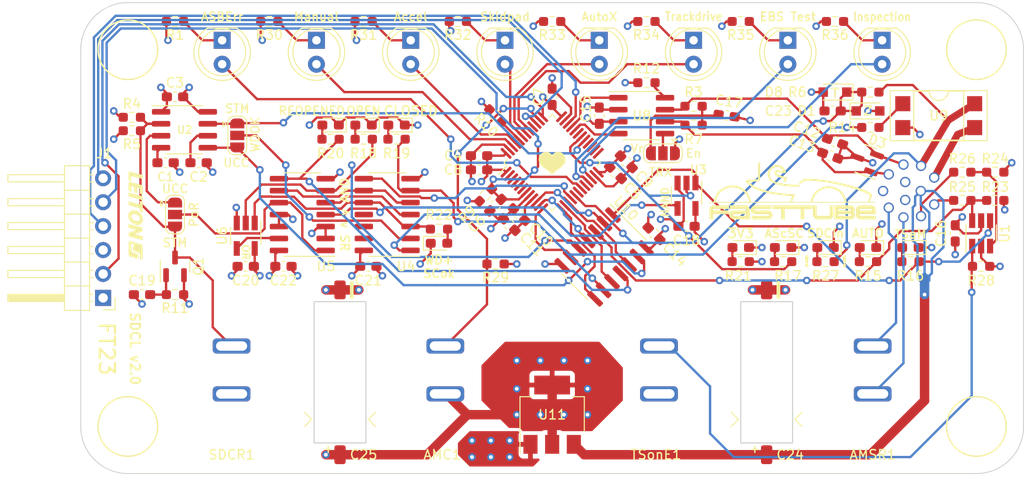
<source format=kicad_pcb>
(kicad_pcb (version 20211014) (generator pcbnew)

  (general
    (thickness 1.6)
  )

  (paper "A4")
  (layers
    (0 "F.Cu" signal)
    (1 "In1.Cu" power "3V3.Cu")
    (2 "In2.Cu" power "GND.Cu")
    (31 "B.Cu" signal)
    (33 "F.Adhes" user "F.Adhesive")
    (35 "F.Paste" user)
    (37 "F.SilkS" user "F.Silkscreen")
    (38 "B.Mask" user)
    (39 "F.Mask" user)
    (40 "Dwgs.User" user "User.Drawings")
    (41 "Cmts.User" user "User.Comments")
    (42 "Eco1.User" user "User.Eco1")
    (43 "Eco2.User" user "User.Eco2")
    (44 "Edge.Cuts" user)
    (45 "Margin" user)
    (46 "B.CrtYd" user "B.Courtyard")
    (47 "F.CrtYd" user "F.Courtyard")
    (49 "F.Fab" user)
  )

  (setup
    (stackup
      (layer "F.SilkS" (type "Top Silk Screen"))
      (layer "F.Paste" (type "Top Solder Paste"))
      (layer "F.Mask" (type "Top Solder Mask") (thickness 0.01))
      (layer "F.Cu" (type "copper") (thickness 0.035))
      (layer "dielectric 1" (type "core") (thickness 0.48) (material "FR4") (epsilon_r 4.5) (loss_tangent 0.02))
      (layer "In1.Cu" (type "copper") (thickness 0.035))
      (layer "dielectric 2" (type "prepreg") (thickness 0.48) (material "FR4") (epsilon_r 4.5) (loss_tangent 0.02))
      (layer "In2.Cu" (type "copper") (thickness 0.035))
      (layer "dielectric 3" (type "core") (thickness 0.48) (material "FR4") (epsilon_r 4.5) (loss_tangent 0.02))
      (layer "B.Cu" (type "copper") (thickness 0.035))
      (layer "B.Mask" (type "Bottom Solder Mask") (thickness 0.01))
      (copper_finish "None")
      (dielectric_constraints no)
    )
    (pad_to_mask_clearance 0)
    (pcbplotparams
      (layerselection 0x00010e0_ffffffff)
      (disableapertmacros false)
      (usegerberextensions false)
      (usegerberattributes true)
      (usegerberadvancedattributes true)
      (creategerberjobfile true)
      (svguseinch false)
      (svgprecision 6)
      (excludeedgelayer true)
      (plotframeref false)
      (viasonmask false)
      (mode 1)
      (useauxorigin false)
      (hpglpennumber 1)
      (hpglpenspeed 20)
      (hpglpendiameter 15.000000)
      (dxfpolygonmode true)
      (dxfimperialunits true)
      (dxfusepcbnewfont true)
      (psnegative false)
      (psa4output false)
      (plotreference true)
      (plotvalue true)
      (plotinvisibletext false)
      (sketchpadsonfab false)
      (subtractmaskfromsilk false)
      (outputformat 1)
      (mirror false)
      (drillshape 0)
      (scaleselection 1)
      (outputdirectory "export/")
    )
  )

  (net 0 "")
  (net 1 "GND")
  (net 2 "NRST")
  (net 3 "+12V")
  (net 4 "AMC")
  (net 5 "TRACESWO")
  (net 6 "SWDIO")
  (net 7 "SWCLK")
  (net 8 "Net-(R12-Pad1)")
  (net 9 "AMSRin")
  (net 10 "AMSRout")
  (net 11 "+3.3V")
  (net 12 "/CAN TRX/CAN_H")
  (net 13 "/CAN TRX/CAN_L")
  (net 14 "Net-(C19-Pad1)")
  (net 15 "/Connections/SDC_in_3V3")
  (net 16 "Net-(D2-Pad1)")
  (net 17 "Net-(D2-Pad2)")
  (net 18 "Net-(D4-Pad2)")
  (net 19 "/Backup AMI/AMI0")
  (net 20 "Net-(D15-Pad1)")
  (net 21 "/Backup AMI/AMI1")
  (net 22 "Net-(D16-Pad1)")
  (net 23 "/Backup AMI/AMI2")
  (net 24 "Net-(D17-Pad1)")
  (net 25 "/Backup AMI/AMI3")
  (net 26 "Net-(D18-Pad1)")
  (net 27 "/Backup AMI/AMI4")
  (net 28 "Net-(D19-Pad1)")
  (net 29 "/Backup AMI/AMI5")
  (net 30 "Net-(D20-Pad1)")
  (net 31 "/Backup AMI/AMI6")
  (net 32 "Net-(J2-Pad1)")
  (net 33 "Net-(J2-Pad9)")
  (net 34 "Net-(R14-Pad2)")
  (net 35 "Net-(R10-Pad1)")
  (net 36 "Net-(D5-Pad2)")
  (net 37 "Net-(D6-Pad2)")
  (net 38 "Net-(D7-Pad2)")
  (net 39 "Net-(D9-Pad2)")
  (net 40 "Net-(D10-Pad2)")
  (net 41 "Net-(D11-Pad2)")
  (net 42 "Net-(D12-Pad2)")
  (net 43 "Net-(D13-Pad2)")
  (net 44 "/Non-Programmable Logic/~{WDO}")
  (net 45 "/Non-Programmable Logic/RP")
  (net 46 "/Non-Programmable Logic/WP")
  (net 47 "/Controller/TS_activate_MUXed")
  (net 48 "/Non-Programmable Logic/close_while_allowed")
  (net 49 "/Non-Programmable Logic/~{reset_all}")
  (net 50 "/Non-Programmable Logic/closing_allowed")
  (net 51 "/Non-Programmable Logic/~{reopen}")
  (net 52 "/Non-Programmable Logic/WD_and_SDCin_ok")
  (net 53 "/Non-Programmable Logic/~{try_close}")
  (net 54 "unconnected-(J2-Pad11)")
  (net 55 "unconnected-(J2-Pad12)")
  (net 56 "Net-(JPPoR1-Pad1)")
  (net 57 "/Connections/SDC_out")
  (net 58 "/Connections/SDC_in")
  (net 59 "/Connections/TS_activate_dash")
  (net 60 "/Controller/Watchdog")
  (net 61 "WD_OK")
  (net 62 "/CAN TRX/CAN_TX")
  (net 63 "/CAN TRX/CAN_RX")
  (net 64 "Net-(D14-Pad1)")
  (net 65 "/Connections/ASMS")
  (net 66 "/Buttons/~{SDC_reset}")
  (net 67 "/Controller/AS_close_SDC")
  (net 68 "CLOSED")
  (net 69 "INITIAL_OPEN")
  (net 70 "REOPENED")
  (net 71 "/Buttons/TS_activate_ext")
  (net 72 "/Controller/SDC_is_ready")
  (net 73 "unconnected-(U7-Pad2)")
  (net 74 "unconnected-(U7-Pad3)")
  (net 75 "unconnected-(U7-Pad4)")
  (net 76 "unconnected-(U7-Pad5)")
  (net 77 "unconnected-(U7-Pad6)")
  (net 78 "Net-(U10-Pad2)")
  (net 79 "Net-(U10-Pad4)")
  (net 80 "Net-(U10-Pad6)")
  (net 81 "Net-(U10-Pad8)")
  (net 82 "Net-(U10-Pad10)")
  (net 83 "Net-(U10-Pad12)")
  (net 84 "unconnected-(U7-Pad18)")
  (net 85 "unconnected-(U7-Pad20)")
  (net 86 "unconnected-(U7-Pad25)")
  (net 87 "unconnected-(U7-Pad26)")
  (net 88 "unconnected-(U7-Pad27)")
  (net 89 "unconnected-(U7-Pad28)")
  (net 90 "unconnected-(U7-Pad31)")
  (net 91 "unconnected-(U7-Pad40)")
  (net 92 "/CAN TRX/Vref")
  (net 93 "Net-(JP1-Pad2)")
  (net 94 "unconnected-(U4-Pad11)")
  (net 95 "unconnected-(U4-Pad12)")
  (net 96 "unconnected-(U4-Pad13)")

  (footprint "Capacitor_SMD:C_0603_1608Metric_Pad1.08x0.95mm_HandSolder" (layer "F.Cu") (at 109 67))

  (footprint "Capacitor_SMD:C_0603_1608Metric_Pad1.08x0.95mm_HandSolder" (layer "F.Cu") (at 112.5 67))

  (footprint "Capacitor_SMD:C_0603_1608Metric_Pad1.08x0.95mm_HandSolder" (layer "F.Cu") (at 110 60 180))

  (footprint "Capacitor_SMD:C_0603_1608Metric_Pad1.08x0.95mm_HandSolder" (layer "F.Cu") (at 142.25 66.25 180))

  (footprint "Capacitor_SMD:C_0603_1608Metric_Pad1.08x0.95mm_HandSolder" (layer "F.Cu") (at 156.717515 68.06066 -45))

  (footprint "Capacitor_SMD:C_0603_1608Metric_Pad1.08x0.95mm_HandSolder" (layer "F.Cu") (at 144 71.5 -135))

  (footprint "Capacitor_SMD:C_0603_1608Metric_Pad1.08x0.95mm_HandSolder" (layer "F.Cu") (at 150 60 90))

  (footprint "Capacitor_SMD:C_0603_1608Metric_Pad1.08x0.95mm_HandSolder" (layer "F.Cu") (at 142.25 67.75 180))

  (footprint "Capacitor_SMD:C_0603_1608Metric_Pad1.08x0.95mm_HandSolder" (layer "F.Cu") (at 157.867538 66.897577 -45))

  (footprint "Capacitor_SMD:C_0603_1608Metric_Pad1.08x0.95mm_HandSolder" (layer "F.Cu") (at 146.5 72.5 135))

  (footprint "Capacitor_SMD:C_0603_1608Metric_Pad1.08x0.95mm_HandSolder" (layer "F.Cu") (at 145.43934 73.56066 135))

  (footprint "Capacitor_SMD:C_0603_1608Metric_Pad1.08x0.95mm_HandSolder" (layer "F.Cu") (at 180 64.75 -20))

  (footprint "Capacitor_SMD:C_0603_1608Metric_Pad1.08x0.95mm_HandSolder" (layer "F.Cu") (at 179.5 66.25 160))

  (footprint "Package_TO_SOT_SMD:SOT-23-5_HandSoldering" (layer "F.Cu") (at 164.25 70.5 -90))

  (footprint "Capacitor_SMD:C_0603_1608Metric_Pad1.08x0.95mm_HandSolder" (layer "F.Cu") (at 155 62 90))

  (footprint "Package_TO_SOT_SMD:SOT-23-5_HandSoldering" (layer "F.Cu") (at 117.5 74.75 -90))

  (footprint "Resistor_SMD:R_0603_1608Metric_Pad0.98x0.95mm_HandSolder" (layer "F.Cu") (at 105.423313 62.172844))

  (footprint "Resistor_SMD:R_0603_1608Metric_Pad0.98x0.95mm_HandSolder" (layer "F.Cu") (at 105.423313 63.600757 180))

  (footprint "Resistor_SMD:R_0603_1608Metric_Pad0.98x0.95mm_HandSolder" (layer "F.Cu") (at 183.75 59.5 180))

  (footprint "Resistor_SMD:R_0603_1608Metric_Pad0.98x0.95mm_HandSolder" (layer "F.Cu") (at 142.93934 70.43934 45))

  (footprint "Resistor_SMD:R_0603_1608Metric_Pad0.98x0.95mm_HandSolder" (layer "F.Cu") (at 144 62 135))

  (footprint "Resistor_SMD:R_0603_1608Metric_Pad0.98x0.95mm_HandSolder" (layer "F.Cu") (at 160 58.5 180))

  (footprint "Package_TO_SOT_SMD:SOT-23-6_Handsoldering" (layer "F.Cu") (at 195.5 74.5 90))

  (footprint "Package_SO:SOIC-8_3.9x4.9mm_P1.27mm" (layer "F.Cu") (at 111 63.5))

  (footprint "Package_SO:SOIC-14_3.9x8.7mm_P1.27mm" (layer "F.Cu") (at 132.5 72.5 180))

  (footprint "Package_SO:SOIC-14_3.9x8.7mm_P1.27mm" (layer "F.Cu") (at 123.5 72.503922 180))

  (footprint "Package_QFP:LQFP-48_7x7mm_P0.5mm" (layer "F.Cu") (at 150 67 45))

  (footprint "Package_SO:SOIC-8_3.9x4.9mm_P1.27mm" (layer "F.Cu") (at 159.5 62))

  (footprint "Resistor_SMD:R_0603_1608Metric_Pad0.98x0.95mm_HandSolder" (layer "F.Cu") (at 183.75 63.25))

  (footprint "Package_DIP:DIP-4_W7.62mm_SMDSocket_SmallPads" (layer "F.Cu") (at 191 62))

  (footprint "Capacitor_SMD:C_0603_1608Metric_Pad1.08x0.95mm_HandSolder" (layer "F.Cu") (at 192.75 74.5 90))

  (footprint "Capacitor_SMD:C_0603_1608Metric_Pad1.08x0.95mm_HandSolder" (layer "F.Cu") (at 164.25 73.75))

  (footprint "Capacitor_SMD:C_0603_1608Metric_Pad1.08x0.95mm_HandSolder" (layer "F.Cu") (at 117.5 78))

  (footprint "Capacitor_SMD:C_0603_1608Metric_Pad1.08x0.95mm_HandSolder" (layer "F.Cu") (at 130.5 78 180))

  (footprint "Capacitor_SMD:C_0603_1608Metric_Pad1.08x0.95mm_HandSolder" (layer "F.Cu") (at 121.5 78 180))

  (footprint "Diode_SMD:D_0603_1608Metric_Pad1.05x0.95mm_HandSolder" (layer "F.Cu") (at 183.5 76 180))

  (footprint "Diode_SMD:D_0603_1608Metric_Pad1.05x0.95mm_HandSolder" (layer "F.Cu") (at 188 76 180))

  (footprint "Diode_SMD:D_0603_1608Metric_Pad1.05x0.95mm_HandSolder" (layer "F.Cu") (at 174.5 76 180))

  (footprint "Diode_SMD:D_0603_1608Metric_Pad1.05x0.95mm_HandSolder" (layer "F.Cu") (at 130 63 180))

  (footprint "Diode_SMD:D_0603_1608Metric_Pad1.05x0.95mm_HandSolder" (layer "F.Cu") (at 133.5 63 180))

  (footprint "Diode_SMD:D_0603_1608Metric_Pad1.05x0.95mm_HandSolder" (layer "F.Cu") (at 126.5 63 180))

  (footprint "Diode_SMD:D_0603_1608Metric_Pad1.05x0.95mm_HandSolder" (layer "F.Cu") (at 170 76 180))

  (footprint "Resistor_SMD:R_0603_1608Metric_Pad0.98x0.95mm_HandSolder" (layer "F.Cu") (at 183.5 77.5 180))

  (footprint "Resistor_SMD:R_0603_1608Metric_Pad0.98x0.95mm_HandSolder" (layer "F.Cu") (at 188 77.5))

  (footprint "Diode_SMD:D_0603_1608Metric_Pad1.05x0.95mm_HandSolder" (layer "F.Cu") (at 138 75.545))

  (footprint "Resistor_SMD:R_0603_1608Metric_Pad0.98x0.95mm_HandSolder" (layer "F.Cu") (at 174.5 77.5 180))

  (footprint "Resistor_SMD:R_0603_1608Metric_Pad0.98x0.95mm_HandSolder" (layer "F.Cu") (at 130.016666 64.5 180))

  (footprint "Resistor_SMD:R_0603_1608Metric_Pad0.98x0.95mm_HandSolder" (layer "F.Cu") (at 133.5 64.5 180))

  (footprint "Resistor_SMD:R_0603_1608Metric_Pad0.98x0.95mm_HandSolder" (layer "F.Cu") (at 126.5 64.5 180))

  (footprint "Resistor_SMD:R_0603_1608Metric_Pad0.98x0.95mm_HandSolder" (layer "F.Cu") (at 170 77.5 180))

  (footprint "Resistor_SMD:R_0603_1608Metric_Pad0.98x0.95mm_HandSolder" (layer "F.Cu") (at 138 74.045 180))

  (footprint "Capacitor_SMD:C_0603_1608Metric_Pad1.08x0.95mm_HandSolder" (layer "F.Cu") (at 179.75 61.5))

  (footprint "Diode_SMD:D_SOD-323_HandSoldering" (layer "F.Cu") (at 180 59.5 180))

  (footprint "MountingHole:MountingHole_3.2mm_M3" (layer "F.Cu")
    (tedit 56D1B4CB) (tstamp 00000000-0000-0000-0000-000061bee488)
    (at 105 55 180)
    (descr "Mounting Hole 3.2mm, no annular, M3")
    (tags "mounting hole 3.2mm no annular m3")
    (property "Sheetfile" "connections.kicad_sch")
    (property "Sheetname" "Connections")
    (path "/00000000-0000-0000-0000-000061bba8ea/00000000-0000-0000-0000-000061bd2819")
    (attr exclude_from_pos_files)
    (fp_text reference "H1" (at 0 -4.2) (layer "F.SilkS") hide
      (effects (font (size 1 1) (thickness 0.15)))
      (tstamp 47fadd5d-e63f-4824-9b10-de5d2fb6df9a)
    )
    (fp_text value "MountingHole" (at 0 4.2) (layer "F.Fab")
      (effects (font (size 1 1) (
... [1158132 chars truncated]
</source>
